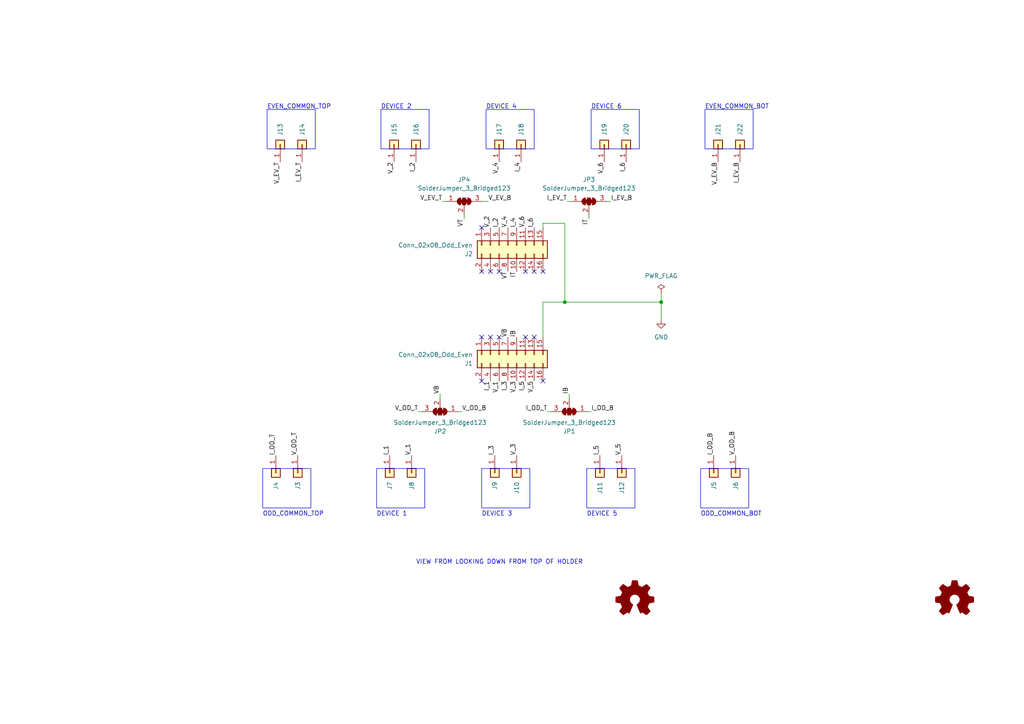
<source format=kicad_sch>
(kicad_sch (version 20230121) (generator eeschema)
  (paper "A4")
  (lib_symbols
    (symbol "Connector_Generic:Conn_01x01" (pin_names (offset 1.016) hide)
      (property "Reference" "J" (at 0 2.54 0))
      (property "Value" "Conn_01x01" (at 0 -2.54 0))
      (symbol "Conn_01x01_1_1"
        (rectangle (start -1.27 0.127) (end 0 -0.127) (stroke (width 0.1524)))
        (rectangle (start -1.27 1.27) (end 1.27 -1.27) (stroke (width 0.254)) (fill (type background)))
        (pin passive line (at -5.08 0 0) (length 3.81) (name "Pin_1") (number "1"))
      )
    )
    (symbol "Connector_Generic:Conn_02x08_Odd_Even" (pin_names (offset 1.016) hide)
      (property "Reference" "J" (at 1.27 10.16 0))
      (property "Value" "Conn_02x08_Odd_Even" (at 1.27 -12.7 0))
      (symbol "Conn_02x08_Odd_Even_1_1"
        (rectangle (start -1.27 -10.033) (end 0 -10.287) (stroke (width 0.1524)))
        (rectangle (start -1.27 -7.493) (end 0 -7.747) (stroke (width 0.1524)))
        (rectangle (start -1.27 -4.953) (end 0 -5.207) (stroke (width 0.1524)))
        (rectangle (start -1.27 -2.413) (end 0 -2.667) (stroke (width 0.1524)))
        (rectangle (start -1.27 0.127) (end 0 -0.127) (stroke (width 0.1524)))
        (rectangle (start -1.27 2.667) (end 0 2.413) (stroke (width 0.1524)))
        (rectangle (start -1.27 5.207) (end 0 4.953) (stroke (width 0.1524)))
        (rectangle (start -1.27 7.747) (end 0 7.493) (stroke (width 0.1524)))
        (rectangle (start -1.27 8.89) (end 3.81 -11.43) (stroke (width 0.254)) (fill (type background)))
        (rectangle (start 3.81 -10.033) (end 2.54 -10.287) (stroke (width 0.1524)))
        (rectangle (start 3.81 -7.493) (end 2.54 -7.747) (stroke (width 0.1524)))
        (rectangle (start 3.81 -4.953) (end 2.54 -5.207) (stroke (width 0.1524)))
        (rectangle (start 3.81 -2.413) (end 2.54 -2.667) (stroke (width 0.1524)))
        (rectangle (start 3.81 0.127) (end 2.54 -0.127) (stroke (width 0.1524)))
        (rectangle (start 3.81 2.667) (end 2.54 2.413) (stroke (width 0.1524)))
        (rectangle (start 3.81 5.207) (end 2.54 4.953) (stroke (width 0.1524)))
        (rectangle (start 3.81 7.747) (end 2.54 7.493) (stroke (width 0.1524)))
        (pin passive line (at -5.08 7.62 0) (length 3.81) (name "Pin_1") (number "1"))
        (pin passive line (at 7.62 -2.54 180) (length 3.81) (name "Pin_10") (number "10"))
        (pin passive line (at -5.08 -5.08 0) (length 3.81) (name "Pin_11") (number "11"))
        (pin passive line (at 7.62 -5.08 180) (length 3.81) (name "Pin_12") (number "12"))
        (pin passive line (at -5.08 -7.62 0) (length 3.81) (name "Pin_13") (number "13"))
        (pin passive line (at 7.62 -7.62 180) (length 3.81) (name "Pin_14") (number "14"))
        (pin passive line (at -5.08 -10.16 0) (length 3.81) (name "Pin_15") (number "15"))
        (pin passive line (at 7.62 -10.16 180) (length 3.81) (name "Pin_16") (number "16"))
        (pin passive line (at 7.62 7.62 180) (length 3.81) (name "Pin_2") (number "2"))
        (pin passive line (at -5.08 5.08 0) (length 3.81) (name "Pin_3") (number "3"))
        (pin passive line (at 7.62 5.08 180) (length 3.81) (name "Pin_4") (number "4"))
        (pin passive line (at -5.08 2.54 0) (length 3.81) (name "Pin_5") (number "5"))
        (pin passive line (at 7.62 2.54 180) (length 3.81) (name "Pin_6") (number "6"))
        (pin passive line (at -5.08 0 0) (length 3.81) (name "Pin_7") (number "7"))
        (pin passive line (at 7.62 0 180) (length 3.81) (name "Pin_8") (number "8"))
        (pin passive line (at -5.08 -2.54 0) (length 3.81) (name "Pin_9") (number "9"))
      )
    )
    (symbol "Graphic:Logo_Open_Hardware_Small" (in_bom no) (on_board no)
      (symbol "Logo_Open_Hardware_Small_0_1"
        (polyline (pts (xy 3.3528 -4.3434) (xy 3.302 -4.318) (xy 3.175 -4.2418) (xy 2.9972 -4.1148) (xy 2.7686 -3.9624) (xy 2.54 -3.81) (xy 2.3622 -3.7084) (xy 2.2352 -3.6068) (xy 2.1844 -3.5814) (xy 2.159 -3.6068) (xy 2.0574 -3.6576) (xy 1.905 -3.7338) (xy 1.8034 -3.7846) (xy 1.6764 -3.8354) (xy 1.6002 -3.8354) (xy 1.6002 -3.8354) (xy 1.5494 -3.7338) (xy 1.4732 -3.5306) (xy 1.3462 -3.302) (xy 1.2446 -3.0226) (xy 1.1176 -2.7178) (xy 0.9652 -2.413) (xy 0.8636 -2.1082) (xy 0.7366 -1.8288) (xy 0.6604 -1.6256) (xy 0.6096 -1.4732) (xy 0.5842 -1.397) (xy 0.5842 -1.397) (xy 0.6604 -1.3208) (xy 0.7874 -1.2446) (xy 1.0414 -1.016) (xy 1.2954 -0.6858) (xy 1.4478 -0.3302) (xy 1.524 0.0762) (xy 1.4732 0.4572) (xy 1.3208 0.8128) (xy 1.0668 1.143) (xy 0.762 1.3716) (xy 0.4064 1.524) (xy 0 1.5748) (xy -0.381 1.5494) (xy -0.7366 1.397) (xy -1.0668 1.143) (xy -1.2192 0.9906) (xy -1.397 0.6604) (xy -1.524 0.3048) (xy -1.524 0.2286) (xy -1.4986 -0.1778) (xy -1.397 -0.5334) (xy -1.1938 -0.8636) (xy -0.9144 -1.143) (xy -0.8636 -1.1684) (xy -0.7366 -1.27) (xy -0.635 -1.3462) (xy -0.5842 -1.397) (xy -1.0668 -2.5908) (xy -1.143 -2.794) (xy -1.2954 -3.1242) (xy -1.397 -3.4036) (xy -1.4986 -3.6322) (xy -1.5748 -3.7846) (xy -1.6002 -3.8354) (xy -1.6002 -3.8354) (xy -1.651 -3.8354) (xy -1.7272 -3.81) (xy -1.905 -3.7338) (xy -2.0066 -3.683) (xy -2.1336 -3.6068) (xy -2.2098 -3.5814) (xy -2.2606 -3.6068) (xy -2.3622 -3.683) (xy -2.54 -3.81) (xy -2.7686 -3.9624) (xy -2.9718 -4.0894) (xy -3.1496 -4.2164) (xy -3.302 -4.318) (xy -3.3528 -4.3434) (xy -3.3782 -4.3434) (xy -3.429 -4.318) (xy -3.5306 -4.2164) (xy -3.7084 -4.064) (xy -3.937 -3.8354) (xy -3.9624 -3.81) (xy -4.1656 -3.6068) (xy -4.318 -3.4544) (xy -4.4196 -3.3274) (xy -4.445 -3.2766) (xy -4.445 -3.2766) (xy -4.4196 -3.2258) (xy -4.318 -3.0734) (xy -4.2164 -2.8956) (xy -4.064 -2.667) (xy -3.6576 -2.0828) (xy -3.8862 -1.5494) (xy -3.937 -1.3716) (xy -4.0386 -1.1684) (xy -4.0894 -1.0414) (xy -4.1148 -0.9652) (xy -4.191 -0.9398) (xy -4.318 -0.9144) (xy -4.5466 -0.8636) (xy -4.8006 -0.8128) (xy -5.0546 -0.7874) (xy -5.2578 -0.7366) (xy -5.4356 -0.7112) (xy -5.5118 -0.6858) (xy -5.5118 -0.6858) (xy -5.5372 -0.635) (xy -5.5372 -0.5588) (xy -5.5372 -0.4318) (xy -5.5626 -0.2286) (xy -5.5626 0.0762) (xy -5.5626 0.127) (xy -5.5372 0.4064) (xy -5.5372 0.635) (xy -5.5372 0.762) (xy -5.5372 0.8382) (xy -5.5372 0.8382) (xy -5.461 0.8382) (xy -5.3086 0.889) (xy -5.08 0.9144) (xy -4.826 0.9652) (xy -4.8006 0.9906) (xy -4.5466 1.0414) (xy -4.318 1.0668) (xy -4.1656 1.1176) (xy -4.0894 1.143) (xy -4.0894 1.143) (xy -4.0386 1.2446) (xy -3.9624 1.4224) (xy -3.8608 1.6256) (xy -3.7846 1.8288) (xy -3.7084 2.0066) (xy -3.6576 2.159) (xy -3.6322 2.2098) (xy -3.6322 2.2098) (xy -3.683 2.286) (xy -3.7592 2.413) (xy -3.8862 2.5908) (xy -4.064 2.8194) (xy -4.064 2.8448) (xy -4.2164 3.0734) (xy -4.3434 3.2512) (xy -4.4196 3.3782) (xy -4.445 3.4544) (xy -4.445 3.4544) (xy -4.3942 3.5052) (xy -4.2926 3.6322) (xy -4.1148 3.81) (xy -3.937 4.0132) (xy -3.8608 4.064) (xy -3.6576 4.2926) (xy -3.5052 4.4196) (xy -3.4036 4.4958) (xy -3.3528 4.5212) (xy -3.3528 4.5212) (xy -3.302 4.4704) (xy -3.1496 4.3688) (xy -2.9718 4.2418) (xy -2.7432 4.0894) (xy -2.7178 4.0894) (xy -2.4892 3.937) (xy -2.3114 3.81) (xy -2.1844 3.7084) (xy -2.1336 3.683) (xy -2.1082 3.683) (xy -2.032 3.7084) (xy -1.8542 3.7592) (xy -1.6764 3.8354) (xy -1.4732 3.937) (xy -1.27 4.0132) (xy -1.143 4.064) (xy -1.0668 4.1148) (xy -1.0668 4.1148) (xy -1.0414 4.191) (xy -1.016 4.3434) (xy -0.9652 4.572) (xy -0.9144 4.8514) (xy -0.889 4.9022) (xy -0.8382 5.1562) (xy -0.8128 5.3848) (xy -0.7874 5.5372) (xy -0.762 5.588) (xy -0.7112 5.6134) (xy -0.5842 5.6134) (xy -0.4064 5.6134) (xy -0.1524 5.6134) (xy 0.0762 5.6134) (xy 0.3302 5.6134) (xy 0.5334 5.6134) (xy 0.6858 5.588) (xy 0.7366 5.588) (xy 0.7366 5.588) (xy 0.762 5.5118) (xy 0.8128 5.334) (xy 0.8382 5.1054) (xy 0.9144 4.826) (xy 0.9144 4.7752) (xy 0.9652 4.5212) (xy 1.016 4.2926) (xy 1.0414 4.1402) (xy 1.0668 4.0894) (xy 1.0668 4.0894) (xy 1.1938 4.0386) (xy 1.3716 3.9624) (xy 1.5748 3.8608) (xy 2.0828 3.6576) (xy 2.7178 4.0894) (xy 2.7686 4.1402) (xy 2.9972 4.2926) (xy 3.175 4.4196) (xy 3.302 4.4958) (xy 3.3782 4.5212) (xy 3.3782 4.5212) (xy 3.429 4.4704) (xy 3.556 4.3434) (xy 3.7338 4.191) (xy 3.9116 3.9878) (xy 4.064 3.8354) (xy 4.2418 3.6576) (xy 4.3434 3.556) (xy 4.4196 3.4798) (xy 4.4196 3.429) (xy 4.4196 3.4036) (xy 4.3942 3.3274) (xy 4.2926 3.2004) (xy 4.1656 2.9972) (xy 4.0132 2.794) (xy 3.8862 2.5908) (xy 3.7592 2.3876) (xy 3.6576 2.2352) (xy 3.6322 2.159) (xy 3.6322 2.1336) (xy 3.683 2.0066) (xy 3.7592 1.8288) (xy 3.8608 1.6002) (xy 4.064 1.1176) (xy 4.3942 1.0414) (xy 4.5974 1.016) (xy 4.8768 0.9652) (xy 5.1308 0.9144) (xy 5.5372 0.8382) (xy 5.5626 -0.6604) (xy 5.4864 -0.6858) (xy 5.4356 -0.6858) (xy 5.2832 -0.7366) (xy 5.0546 -0.762) (xy 4.8006 -0.8128) (xy 4.5974 -0.8636) (xy 4.3688 -0.9144) (xy 4.2164 -0.9398) (xy 4.1402 -0.9398) (xy 4.1148 -0.9652) (xy 4.064 -1.0668) (xy 3.9878 -1.2446) (xy 3.9116 -1.4478) (xy 3.81 -1.651) (xy 3.7338 -1.8542) (xy 3.683 -2.0066) (xy 3.6576 -2.0828) (xy 3.683 -2.1336) (xy 3.7846 -2.2606) (xy 3.8862 -2.4638) (xy 4.0386 -2.667) (xy 4.191 -2.8956) (xy 4.318 -3.0734) (xy 4.3942 -3.2004) (xy 4.445 -3.2766) (xy 4.4196 -3.3274) (xy 4.3434 -3.429) (xy 4.1656 -3.5814) (xy 3.937 -3.8354) (xy 3.8862 -3.8608) (xy 3.683 -4.064) (xy 3.5306 -4.2164) (xy 3.4036 -4.318) (xy 3.3528 -4.3434)) (fill (type outline)))
      )
    )
    (symbol "Jumper:SolderJumper_3_Bridged123" (pin_names (offset 0) hide)
      (property "Reference" "JP" (at -2.54 -2.54 0))
      (property "Value" "SolderJumper_3_Bridged123" (at 0 2.794 0))
      (symbol "SolderJumper_3_Bridged123_0_1"
        (rectangle (start -1.016 0.508) (end -0.508 -0.508) (fill (type outline)))
        (arc (start -1.016 1.016) (mid -2.0276 0) (end -1.016 -1.016))
        (arc (start -1.016 1.016) (mid -2.0276 0) (end -1.016 -1.016) (fill (type outline)))
        (rectangle (start -0.508 1.016) (end 0.508 -1.016) (fill (type outline)))
        (polyline (pts (xy -2.54 0) (xy -2.032 0)))
        (polyline (pts (xy -1.016 1.016) (xy -1.016 -1.016)))
        (polyline (pts (xy 0 -1.27) (xy 0 -1.016)))
        (polyline (pts (xy 1.016 1.016) (xy 1.016 -1.016)))
        (polyline (pts (xy 2.54 0) (xy 2.032 0)))
        (rectangle (start 0.508 0.508) (end 1.016 -0.508) (fill (type outline)))
        (arc (start 1.016 -1.016) (mid 2.0276 0) (end 1.016 1.016))
        (arc (start 1.016 -1.016) (mid 2.0276 0) (end 1.016 1.016) (fill (type outline)))
      )
      (symbol "SolderJumper_3_Bridged123_1_1"
        (pin passive line (at -5.08 0 0) (length 2.54) (name "A") (number "1"))
        (pin passive line (at 0 -3.81 90) (length 2.54) (name "C") (number "2"))
        (pin passive line (at 5.08 0 180) (length 2.54) (name "B") (number "3"))
      )
    )
    (symbol "power:GND" (power) (pin_names (offset 0))
      (property "Value" "GND" (at 0 -3.81 0))
      (symbol "GND_0_1"
        (polyline (pts (xy 0 0) (xy 0 -1.27) (xy 1.27 -1.27) (xy 0 -2.54) (xy -1.27 -1.27) (xy 0 -1.27)))
      )
      (symbol "GND_1_1"
        (pin power_in line (at 0 0 270) (length 0) hide (name "GND") (number "1"))
      )
    )
    (symbol "power:PWR_FLAG" (power) (pin_numbers hide) (pin_names (offset 0) hide)
      (property "Value" "PWR_FLAG" (at 0 3.81 0))
      (symbol "PWR_FLAG_0_0"
        (pin power_out line (at 0 0 90) (length 0) (name "pwr") (number "1"))
      )
      (symbol "PWR_FLAG_0_1"
        (polyline (pts (xy 0 0) (xy 0 1.27) (xy -1.016 1.905) (xy 0 2.54) (xy 1.016 1.905) (xy 0 1.27)))
      )
    )
  )
  (junction (at 191.77 87.63))
  (junction (at 163.83 87.63))
  (no_connect (at 152.4 78.74))
  (no_connect (at 144.78 78.74))
  (no_connect (at 142.24 78.74))
  (no_connect (at 139.7 110.49))
  (no_connect (at 144.78 97.79))
  (no_connect (at 152.4 97.79))
  (no_connect (at 142.24 97.79))
  (no_connect (at 154.94 97.79))
  (no_connect (at 157.48 78.74))
  (no_connect (at 139.7 97.79))
  (no_connect (at 139.7 78.74))
  (no_connect (at 154.94 78.74))
  (no_connect (at 139.7 66.04))
  (no_connect (at 157.48 110.49))
  (wire (pts (xy 157.48 87.63) (xy 163.83 87.63)))
  (wire (pts (xy 170.815 62.23) (xy 170.815 63.5)))
  (wire (pts (xy 132.715 119.38) (xy 133.985 119.38)))
  (wire (pts (xy 157.48 64.77) (xy 163.83 64.77)))
  (wire (pts (xy 170.18 119.38) (xy 171.45 119.38)))
  (wire (pts (xy 127.635 114.3) (xy 127.635 115.57)))
  (wire (pts (xy 165.1 114.3) (xy 165.1 115.57)))
  (wire (pts (xy 164.465 58.42) (xy 165.735 58.42)))
  (wire (pts (xy 121.285 119.38) (xy 122.555 119.38)))
  (wire (pts (xy 158.75 119.38) (xy 160.02 119.38)))
  (wire (pts (xy 191.77 85.09) (xy 191.77 87.63)))
  (wire (pts (xy 175.895 58.42) (xy 177.165 58.42)))
  (wire (pts (xy 134.62 62.23) (xy 134.62 63.5)))
  (wire (pts (xy 139.7 58.42) (xy 141.605 58.42)))
  (wire (pts (xy 163.83 87.63) (xy 191.77 87.63)))
  (wire (pts (xy 191.77 87.63) (xy 191.77 92.71)))
  (wire (pts (xy 163.83 64.77) (xy 163.83 87.63)))
  (wire (pts (xy 157.48 66.04) (xy 157.48 64.77)))
  (wire (pts (xy 157.48 97.79) (xy 157.48 87.63)))
  (wire (pts (xy 128.27 58.42) (xy 129.54 58.42)))
  (rectangle (start 124.46 31.75) (end 110.49 43.18))
  (rectangle (start 76.2 135.89) (end 90.17 147.32))
  (rectangle (start 203.2 135.89) (end 217.17 147.32))
  (rectangle (start 218.44 31.75) (end 204.47 43.18))
  (rectangle (start 154.94 31.75) (end 140.97 43.18))
  (rectangle (start 109.22 135.89) (end 123.19 147.32))
  (rectangle (start 139.7 135.89) (end 153.67 147.32))
  (rectangle (start 185.42 31.75) (end 171.45 43.18))
  (rectangle (start 91.44 31.75) (end 77.47 43.18))
  (rectangle (start 170.18 135.89) (end 184.15 147.32))
  (text "ODD_COMMON_TOP" (at 76.2 149.86 0) (effects (font (size 1.27 1.27)) (justify left bottom)))
  (text "EVEN_COMMON_BOT" (at 204.47 31.75 0) (effects (font (size 1.27 1.27)) (justify left bottom)))
  (text "DEVICE 6" (at 171.45 31.75 0) (effects (font (size 1.27 1.27)) (justify left bottom)))
  (text "DEVICE 4" (at 140.97 31.75 0) (effects (font (size 1.27 1.27)) (justify left bottom)))
  (text "ODD_COMMON_BOT" (at 203.2 149.86 0) (effects (font (size 1.27 1.27)) (justify left bottom)))
  (text "VIEW FROM LOOKING DOWN FROM TOP OF HOLDER" (at 120.65 163.83 0) (effects (font (size 1.27 1.27)) (justify left bottom)))
  (text "DEVICE 3" (at 139.7 149.86 0) (effects (font (size 1.27 1.27)) (justify left bottom)))
  (text "DEVICE 5" (at 170.18 149.86 0) (effects (font (size 1.27 1.27)) (justify left bottom)))
  (text "DEVICE 2" (at 110.49 31.75 0) (effects (font (size 1.27 1.27)) (justify left bottom)))
  (text "EVEN_COMMON_TOP" (at 77.47 31.75 0) (effects (font (size 1.27 1.27)) (justify left bottom)))
  (text "DEVICE 1" (at 109.22 149.86 0) (effects (font (size 1.27 1.27)) (justify left bottom)))
  (label "V_EV_T" (at 128.27 58.42 180))
  (label "V_4" (at 144.78 46.99 270))
  (label "V_EV_B" (at 208.28 46.99 270))
  (label "IB" (at 165.1 114.3 90))
  (label "V_1" (at 119.38 132.08 90))
  (label "V_6" (at 175.26 46.99 270))
  (label "V_3" (at 149.86 132.08 90))
  (label "I_EV_B" (at 214.63 46.99 270))
  (label "I_6" (at 181.61 46.99 270))
  (label "V_OD_T" (at 121.285 119.38 180))
  (label "I_EV_T" (at 87.63 46.99 270))
  (label "I_OD_T" (at 80.01 132.08 90))
  (label "V_OD_B" (at 213.36 132.08 90))
  (label "V_1" (at 144.78 110.49 270))
  (label "V_4" (at 147.32 66.04 90))
  (label "V_2" (at 114.3 46.99 270))
  (label "IB" (at 149.86 97.79 90))
  (label "I_3" (at 147.32 110.49 270))
  (label "I_OD_B" (at 171.45 119.38 0))
  (label "I_1" (at 113.03 132.08 90))
  (label "V_6" (at 152.4 66.04 90))
  (label "V_OD_T" (at 86.36 132.08 90))
  (label "I_EV_T" (at 164.465 58.42 180))
  (label "VT" (at 147.32 78.74 270))
  (label "I_5" (at 152.4 110.49 270))
  (label "V_3" (at 149.86 110.49 270))
  (label "VB" (at 147.32 97.79 90))
  (label "V_5" (at 154.94 110.49 270))
  (label "I_2" (at 144.78 66.04 90))
  (label "VB" (at 127.635 114.3 90))
  (label "IT" (at 149.86 78.74 270))
  (label "V_5" (at 180.34 132.08 90))
  (label "I_3" (at 143.51 132.08 90))
  (label "I_4" (at 149.86 66.04 90))
  (label "V_2" (at 142.24 66.04 90))
  (label "I_OD_B" (at 207.01 132.08 90))
  (label "I_1" (at 142.24 110.49 270))
  (label "IT" (at 170.815 63.5 270))
  (label "I_4" (at 151.13 46.99 270))
  (label "V_EV_B" (at 141.605 58.42 0))
  (label "I_OD_T" (at 158.75 119.38 180))
  (label "I_EV_B" (at 177.165 58.42 0))
  (label "V_EV_T" (at 81.28 46.99 270))
  (label "I_5" (at 173.99 132.08 90))
  (label "V_OD_B" (at 133.985 119.38 0))
  (label "I_2" (at 120.65 46.99 270))
  (label "I_6" (at 154.94 66.04 90))
  (label "VT" (at 134.62 63.5 270))
  (symbol (lib_id "Connector_Generic:Conn_01x01") (at 144.78 41.91 270) (mirror x) (unit 1)
    (property "Reference" "J17" (at 144.78 39.37 0) (effects (justify left)))
    (property "Value" "Conn_01x01" (effects hide))
    (property "Footprint" "custom:S25-022+P25-4023_OFF" (effects hide))
  )
  (symbol (lib_id "Connector_Generic:Conn_01x01") (at 149.86 137.16 270) (unit 1)
    (property "Reference" "J10" (at 149.86 139.7 0) (effects (justify left)))
    (property "Value" "Conn_01x01" (effects hide))
    (property "Footprint" "custom:S25-022+P25-4023_OFF" (effects hide))
  )
  (symbol (lib_id "Connector_Generic:Conn_01x01") (at 207.01 137.16 270) (unit 1)
    (property "Reference" "J5" (at 207.01 139.7 0) (effects (justify left)))
    (property "Value" "Conn_01x01" (effects hide))
    (property "Footprint" "custom:S25-022+P25-4023_OFF" (effects hide))
  )
  (symbol (lib_id "Connector_Generic:Conn_02x08_Odd_Even") (at 147.32 71.12 90) (mirror x) (unit 1)
    (property "Reference" "J2" (at 137.16 73.66 90) (effects (justify left)))
    (property "Value" "Conn_02x08_Odd_Even" (at 137.16 71.12 90) (effects (justify left)))
    (property "Footprint" "Connector_PinHeader_2.54mm:PinHeader_2x08_P2.54mm_Vertical" (effects hide))
    (property "partno_header" "HIF3FC -16PA-2.54DSA(71)" (effects hide))
    (property "partno_receptical" "HIF3FB-16DA-2.54DSA(71)" (effects hide))
  )
  (symbol (lib_id "Connector_Generic:Conn_01x01") (at 208.28 41.91 270) (mirror x) (unit 1)
    (property "Reference" "J21" (at 208.28 39.37 0) (effects (justify left)))
    (property "Value" "Conn_01x01" (effects hide))
    (property "Footprint" "custom:S25-022+P25-4023_OFF" (effects hide))
  )
  (symbol (lib_id "Jumper:SolderJumper_3_Bridged123") (at 127.635 119.38 180) (unit 1)
    (property "Reference" "JP2" (at 127.635 125.095 0))
    (property "Value" "SolderJumper_3_Bridged123" (at 127.635 122.555 0))
    (property "Footprint" "Jumper:SolderJumper-3_P2.0mm_Open_TrianglePad1.0x1.5mm_NumberLabels" (effects hide))
  )
  (symbol (lib_id "power:PWR_FLAG") (at 191.77 85.09 0) (unit 1)
    (property "Reference" "#FLG01" (effects hide))
    (property "Value" "PWR_FLAG" (at 191.77 80.01 0))
  )
  (symbol (lib_id "Connector_Generic:Conn_01x01") (at 120.65 41.91 270) (mirror x) (unit 1)
    (property "Reference" "J16" (at 120.65 39.37 0) (effects (justify left)))
    (property "Value" "Conn_01x01" (effects hide))
    (property "Footprint" "custom:S25-022+P25-4023_OFF" (effects hide))
  )
  (symbol (lib_id "Connector_Generic:Conn_01x01") (at 113.03 137.16 270) (unit 1)
    (property "Reference" "J7" (at 113.03 139.7 0) (effects (justify left)))
    (property "Value" "Conn_01x01" (effects hide))
    (property "Footprint" "custom:S25-022+P25-4023_OFF" (effects hide))
  )
  (symbol (lib_id "Connector_Generic:Conn_01x01") (at 181.61 41.91 270) (mirror x) (unit 1)
    (property "Reference" "J20" (at 181.61 39.37 0) (effects (justify left)))
    (property "Value" "Conn_01x01" (effects hide))
    (property "Footprint" "custom:S25-022+P25-4023_OFF" (effects hide))
  )
  (symbol (lib_id "Graphic:Logo_Open_Hardware_Small") (at 184.15 173.99 0) (unit 1) (in_bom no)
    (property "Reference" "SYM1" (effects hide))
    (property "Value" "Logo_Open_Hardware_Small" (effects hide))
    (property "Footprint" "custom:logo_small" (effects hide))
    (property "Sim.Enable" "0" (effects hide))
  )
  (symbol (lib_id "Graphic:Logo_Open_Hardware_Small") (at 276.86 173.99 0) (unit 1) (in_bom no)
    (property "Reference" "SYM2" (effects hide))
    (property "Value" "Logo_Open_Hardware_Small" (effects hide))
    (property "Footprint" "custom:logo_small" (effects hide))
    (property "Sim.Enable" "0" (effects hide))
  )
  (symbol (lib_id "Connector_Generic:Conn_01x01") (at 114.3 41.91 270) (mirror x) (unit 1)
    (property "Reference" "J15" (at 114.3 39.37 0) (effects (justify left)))
    (property "Value" "Conn_01x01" (effects hide))
    (property "Footprint" "custom:S25-022+P25-4023_OFF" (effects hide))
  )
  (symbol (lib_id "Connector_Generic:Conn_01x01") (at 143.51 137.16 270) (unit 1)
    (property "Reference" "J9" (at 143.51 139.7 0) (effects (justify left)))
    (property "Value" "Conn_01x01" (effects hide))
    (property "Footprint" "custom:S25-022+P25-4023_OFF" (effects hide))
  )
  (symbol (lib_id "Jumper:SolderJumper_3_Bridged123") (at 170.815 58.42 0) (unit 1)
    (property "Reference" "JP3" (at 170.815 52.07 0))
    (property "Value" "SolderJumper_3_Bridged123" (at 170.815 54.61 0))
    (property "Footprint" "Jumper:SolderJumper-3_P2.0mm_Open_TrianglePad1.0x1.5mm_NumberLabels" (effects hide))
  )
  (symbol (lib_id "Connector_Generic:Conn_02x08_Odd_Even") (at 147.32 102.87 90) (mirror x) (unit 1)
    (property "Reference" "J1" (at 137.16 105.41 90) (effects (justify left)))
    (property "Value" "Conn_02x08_Odd_Even" (at 137.16 102.87 90) (effects (justify left)))
    (property "Footprint" "Connector_PinHeader_2.54mm:PinHeader_2x08_P2.54mm_Vertical" (effects hide))
    (property "partno_receptical" "HIF3FB-16DA-2.54DSA(71)" (effects hide))
    (property "partno_header" "HIF3FC -16PA-2.54DSA(71)" (effects hide))
  )
  (symbol (lib_id "power:GND") (at 191.77 92.71 0) (unit 1)
    (property "Reference" "#PWR03" (effects hide))
    (property "Value" "GND" (at 191.77 97.79 0))
  )
  (symbol (lib_id "Connector_Generic:Conn_01x01") (at 86.36 137.16 270) (unit 1)
    (property "Reference" "J3" (at 86.36 139.7 0) (effects (justify left)))
    (property "Value" "Conn_01x01" (effects hide))
    (property "Footprint" "custom:S25-022+P25-4023_OFF" (effects hide))
  )
  (symbol (lib_id "Connector_Generic:Conn_01x01") (at 173.99 137.16 270) (unit 1)
    (property "Reference" "J11" (at 173.99 139.7 0) (effects (justify left)))
    (property "Value" "Conn_01x01" (effects hide))
    (property "Footprint" "custom:S25-022+P25-4023_OFF" (effects hide))
  )
  (symbol (lib_id "Connector_Generic:Conn_01x01") (at 81.28 41.91 270) (mirror x) (unit 1)
    (property "Reference" "J13" (at 81.28 39.37 0) (effects (justify left)))
    (property "Value" "Conn_01x01" (effects hide))
    (property "Footprint" "custom:S25-022+P25-4023_OFF" (effects hide))
  )
  (symbol (lib_id "Connector_Generic:Conn_01x01") (at 175.26 41.91 270) (mirror x) (unit 1)
    (property "Reference" "J19" (at 175.26 39.37 0) (effects (justify left)))
    (property "Value" "Conn_01x01" (effects hide))
    (property "Footprint" "custom:S25-022+P25-4023_OFF" (effects hide))
  )
  (symbol (lib_id "Connector_Generic:Conn_01x01") (at 87.63 41.91 270) (mirror x) (unit 1)
    (property "Reference" "J14" (at 87.63 39.37 0) (effects (justify left)))
    (property "Value" "Conn_01x01" (effects hide))
    (property "Footprint" "custom:S25-022+P25-4023_OFF" (effects hide))
  )
  (symbol (lib_id "Jumper:SolderJumper_3_Bridged123") (at 134.62 58.42 0) (unit 1)
    (property "Reference" "JP4" (at 134.62 52.07 0))
    (property "Value" "SolderJumper_3_Bridged123" (at 134.62 54.61 0))
    (property "Footprint" "Jumper:SolderJumper-3_P2.0mm_Open_TrianglePad1.0x1.5mm_NumberLabels" (effects hide))
  )
  (symbol (lib_id "Connector_Generic:Conn_01x01") (at 213.36 137.16 270) (unit 1)
    (property "Reference" "J6" (at 213.36 139.7 0) (effects (justify left)))
    (property "Value" "Conn_01x01" (effects hide))
    (property "Footprint" "custom:S25-022+P25-4023_OFF" (effects hide))
  )
  (symbol (lib_id "Connector_Generic:Conn_01x01") (at 180.34 137.16 270) (unit 1)
    (property "Reference" "J12" (at 180.34 139.7 0) (effects (justify left)))
    (property "Value" "Conn_01x01" (effects hide))
    (property "Footprint" "custom:S25-022+P25-4023_OFF" (effects hide))
  )
  (symbol (lib_id "Connector_Generic:Conn_01x01") (at 80.01 137.16 270) (unit 1)
    (property "Reference" "J4" (at 80.01 139.7 0) (effects (justify left)))
    (property "Value" "Conn_01x01" (effects hide))
    (property "Footprint" "custom:S25-022+P25-4023_OFF" (effects hide))
  )
  (symbol (lib_id "Connector_Generic:Conn_01x01") (at 151.13 41.91 270) (mirror x) (unit 1)
    (property "Reference" "J18" (at 151.13 39.37 0) (effects (justify left)))
    (property "Value" "Conn_01x01" (effects hide))
    (property "Footprint" "custom:S25-022+P25-4023_OFF" (effects hide))
  )
  (symbol (lib_id "Connector_Generic:Conn_01x01") (at 214.63 41.91 270) (mirror x) (unit 1)
    (property "Reference" "J22" (at 214.63 39.37 0) (effects (justify left)))
    (property "Value" "Conn_01x01" (effects hide))
    (property "Footprint" "custom:S25-022+P25-4023_OFF" (effects hide))
  )
  (symbol (lib_id "Jumper:SolderJumper_3_Bridged123") (at 165.1 119.38 180) (unit 1)
    (property "Reference" "JP1" (at 165.1 125.095 0))
    (property "Value" "SolderJumper_3_Bridged123" (at 165.1 122.555 0))
    (property "Footprint" "Jumper:SolderJumper-3_P2.0mm_Open_TrianglePad1.0x1.5mm_NumberLabels" (effects hide))
  )
  (symbol (lib_id "Connector_Generic:Conn_01x01") (at 119.38 137.16 270) (unit 1)
    (property "Reference" "J8" (at 119.38 139.7 0) (effects (justify left)))
    (property "Value" "Conn_01x01" (effects hide))
    (property "Footprint" "custom:S25-022+P25-4023_OFF" (effects hide))
  )
)
</source>
